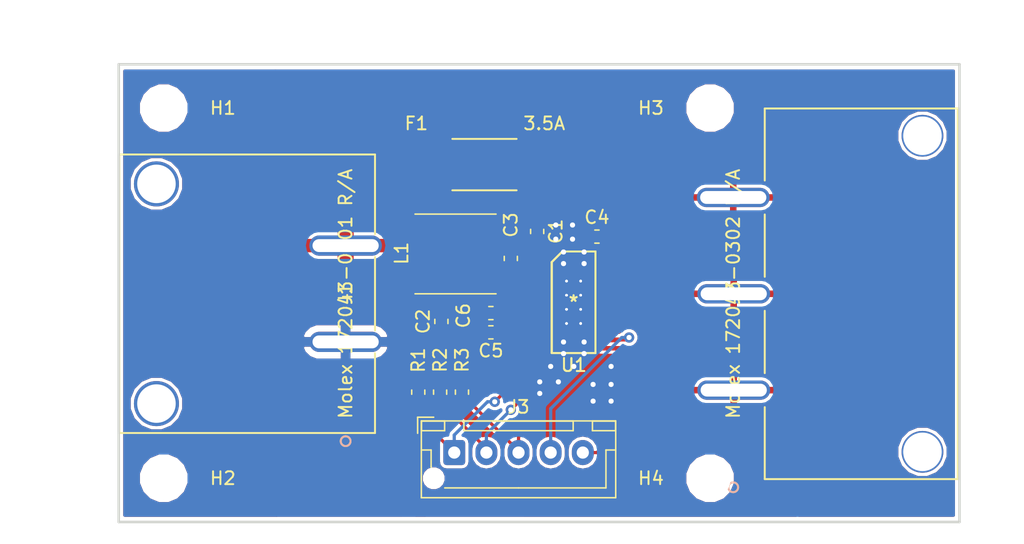
<source format=kicad_pcb>
(kicad_pcb (version 20171130) (host pcbnew 5.0.2+dfsg1-1)
  (title_block (title "Brushless DC Motor Controller") (date 2021-01-13) (rev 0.0.2) (company "JHU Deliverbot Project") (comment 1 "Drafted by @avnoks"))
  (layers (0 F.Cu signal) (31 B.Cu signal) (34 B.Paste user) (35 F.Paste user) (36 B.SilkS user) (37 F.SilkS user) (38 B.Mask user) (39 F.Mask user) (44 Edge.Cuts user))
  (net 0 "")
  (net 1 "Net-(C1-Pad1)")
  (net 2 VCC)
  (net 3 "Net-(C2-Pad2)")
  (net 4 GND)
  (net 5 "Net-(C3-Pad1)")
  (net 6 "Net-(C3-Pad2)")
  (net 7 "Net-(C6-Pad1)")
  (net 8 "Net-(J2-Pad1)")
  (net 9 "Net-(J2-Pad2)")
  (net 10 "Net-(J2-Pad3)")
  (net 11 "Net-(J3-Pad1)")
  (net 12 "Net-(J3-Pad2)")
  (net 13 "Net-(J3-Pad3)")
  (net 14 /DIR)
  (net 15 /SPEED)
  (net 16 "Net-(L1-Pad2)")
  (net 17 +3V3)
  (net 18 "Net-(F1-Pad1)")
  (module custom:littelfuse-01110505Z-5x15mm (layer F.Cu) (at 145.45 92.8)
    (fp_text reference F1 (at -5.3 -3.2) (layer F.SilkS))
    (fp_text value 3.5A)
    (fp_line (start -2.5 2) (end 2.5 2) (layer F.SilkS) (width 0.15))
    (fp_line (start -2.5 -2) (end 2.5 -2) (layer F.SilkS) (width 0.15))
    (fp_text user 3.5A (at 4.65 -3.2) (layer F.SilkS))
    (pad 2 smd rect (at 5.3 0) (size 5 3.8) (layers F.Cu F.Paste F.Mask) (net 2 VCC))
    (pad 1 smd rect (at -5.3 0) (size 5 3.8) (layers F.Cu F.Paste F.Mask) (net 18 "Net-(F1-Pad1)"))
  )
  (module MountingHole:MountingHole_3.2mm_M3 (layer F.Cu) (at 163 88.4)
    (fp_text reference H3 (at -4.6 0) (layer F.SilkS))
    (fp_text value MountingHole)
    (pad 1 np_thru_hole circle (at 0 0) (size 3.2 3.2) (drill 3.2) (layers *.Cu *.Mask))
  )
  (module MountingHole:MountingHole_3.2mm_M3 (layer F.Cu) (at 163 117.2)
    (fp_text reference H4 (at -4.6 0) (layer F.SilkS))
    (fp_text value MountingHole)
    (pad 1 np_thru_hole circle (at 0 0) (size 3.2 3.2) (drill 3.2) (layers *.Cu *.Mask))
  )
  (module MountingHole:MountingHole_3.2mm_M3 (layer F.Cu) (at 120.5 88.4)
    (fp_text reference H1 (at 4.6 0) (layer F.SilkS))
    (fp_text value MountingHole)
    (pad 1 np_thru_hole circle (at 0 0) (size 3.2 3.2) (drill 3.2) (layers *.Cu *.Mask))
  )
  (module MountingHole:MountingHole_3.2mm_M3 (layer F.Cu) (at 120.5 117.2)
    (fp_text reference H2 (at 4.6 0) (layer F.SilkS))
    (fp_text value MountingHole)
    (pad 1 np_thru_hole circle (at 0 0) (size 3.2 3.2) (drill 3.2) (layers *.Cu *.Mask))
  )
  (module custom:CONN_1720430201_MOL (layer F.Cu) (at 134.65 99.1 90)
    (fp_text reference J1 (at -3.745 0 90) (layer F.SilkS))
    (fp_text value "Molex 172043-0201 R/A" (at -3.745 0 90) (layer F.SilkS))
    (fp_text user * (at 0 0 90) (layer F.SilkS))
    (fp_line (start -14.5781 2.286) (end -8.375658 2.286) (layer F.SilkS) (width 0.1524))
    (fp_line (start 7.0881 2.286) (end 7.0881 -17.6022) (layer F.SilkS) (width 0.1524))
    (fp_line (start 7.0881 -17.6022) (end -14.5781 -17.6022) (layer F.SilkS) (width 0.1524))
    (fp_line (start -14.5781 -17.6022) (end -14.5781 2.286) (layer F.SilkS) (width 0.1524))
    (fp_line (start -6.60434 2.286) (end -0.88566 2.286) (layer F.SilkS) (width 0.1524))
    (fp_line (start 0.885658 2.286) (end 7.0881 2.286) (layer F.SilkS) (width 0.1524))
    (fp_circle (center -15.2131 0) (end -14.8321 0) (layer F.SilkS) (width 0.1524))
    (fp_circle (center -15.2131 0) (end -14.8321 0) (layer B.SilkS) (width 0.1524))
    (pad 1 thru_hole oval (at -7.489999 0 90) (size 1.5748 5.65) (drill oval 1 5.15) (layers *.Cu *.Mask) (net 4 GND))
    (pad 2 thru_hole oval (at -0.000001 0 90) (size 1.5748 5.65) (drill oval 1 5.15) (layers *.Cu *.Mask) (net 18 "Net-(F1-Pad1)"))
    (pad 3 thru_hole circle (at -12.290001 -14.714999 90) (size 3.5052 3.5052) (drill 2.9972) (layers *.Cu *.Mask))
    (pad 4 thru_hole circle (at 4.800001 -14.714999 90) (size 3.5052 3.5052) (drill 2.9972) (layers *.Cu *.Mask))
  )
  (module custom:PWP0024B (layer F.Cu) (at 152.383727 103.51)
    (fp_text reference U1 (at 0.016273 4.89) (layer F.SilkS))
    (fp_text value DRV10983PWP)
    (fp_text user * (at 0 0) (layer F.SilkS))
    (fp_line (start -1.699999 3.95) (end 1.700002 3.95) (layer F.SilkS) (width 0.1524))
    (fp_line (start 1.700002 3.95) (end 1.700002 -3.95) (layer F.SilkS) (width 0.1524))
    (fp_line (start -1.699999 3.95) (end -1.699999 -3.126001) (layer F.SilkS) (width 0.1524))
    (fp_line (start -1.699999 -3.126001) (end -0.876 -3.95) (layer F.SilkS) (width 0.1524))
    (fp_line (start -0.876 -3.95) (end 1.700002 -3.95) (layer F.SilkS) (width 0.1524))
    (pad 1 smd oval (at -2.849999 -3.574999 90) (size 0.349999 1.699999) (layers F.Cu F.Paste F.Mask) (net 1 "Net-(C1-Pad1)"))
    (pad 2 smd oval (at -2.849999 -2.924998 90) (size 0.349999 1.699999) (layers F.Cu F.Paste F.Mask) (net 6 "Net-(C3-Pad2)"))
    (pad 3 smd oval (at -2.849999 -2.274999 90) (size 0.349999 1.699999) (layers F.Cu F.Paste F.Mask) (net 5 "Net-(C3-Pad1)"))
    (pad 4 smd oval (at -2.849999 -1.624998 90) (size 0.349999 1.699999) (layers F.Cu F.Paste F.Mask) (net 16 "Net-(L1-Pad2)"))
    (pad 5 smd oval (at -2.849999 -0.974999 90) (size 0.349999 1.699999) (layers F.Cu F.Paste F.Mask) (net 4 GND))
    (pad 6 smd oval (at -2.849999 -0.324998 90) (size 0.349999 1.699999) (layers F.Cu F.Paste F.Mask) (net 3 "Net-(C2-Pad2)"))
    (pad 7 smd oval (at -2.849999 0.325001 90) (size 0.349999 1.699999) (layers F.Cu F.Paste F.Mask) (net 7 "Net-(C6-Pad1)"))
    (pad 8 smd oval (at -2.849999 0.974999 90) (size 0.349999 1.699999) (layers F.Cu F.Paste F.Mask) (net 4 GND))
    (pad 9 smd oval (at -2.849999 1.625001 90) (size 0.349999 1.699999) (layers F.Cu F.Paste F.Mask) (net 17 +3V3))
    (pad 10 smd oval (at -2.849999 2.275002 90) (size 0.349999 1.699999) (layers F.Cu F.Paste F.Mask) (net 11 "Net-(J3-Pad1)"))
    (pad 11 smd oval (at -2.849999 2.925 90) (size 0.349999 1.699999) (layers F.Cu F.Paste F.Mask) (net 12 "Net-(J3-Pad2)"))
    (pad 12 smd oval (at -2.849999 3.574999 90) (size 0.349999 1.699999) (layers F.Cu F.Paste F.Mask) (net 13 "Net-(J3-Pad3)"))
    (pad 13 smd oval (at 2.849999 3.574999 90) (size 0.349999 1.699999) (layers F.Cu F.Paste F.Mask) (net 15 /SPEED))
    (pad 14 smd oval (at 2.849999 2.925 90) (size 0.349999 1.699999) (layers F.Cu F.Paste F.Mask) (net 14 /DIR))
    (pad 15 smd oval (at 2.849999 2.275002 90) (size 0.349999 1.699999) (layers F.Cu F.Paste F.Mask) (net 4 GND))
    (pad 16 smd oval (at 2.849999 1.625001 90) (size 0.349999 1.699999) (layers F.Cu F.Paste F.Mask) (net 4 GND))
    (pad 17 smd oval (at 2.849999 0.974999 90) (size 0.349999 1.699999) (layers F.Cu F.Paste F.Mask) (net 8 "Net-(J2-Pad1)"))
    (pad 18 smd oval (at 2.849999 0.325001 90) (size 0.349999 1.699999) (layers F.Cu F.Paste F.Mask) (net 8 "Net-(J2-Pad1)"))
    (pad 19 smd oval (at 2.849999 -0.324998 90) (size 0.349999 1.699999) (layers F.Cu F.Paste F.Mask) (net 9 "Net-(J2-Pad2)"))
    (pad 20 smd oval (at 2.849999 -0.974999 90) (size 0.349999 1.699999) (layers F.Cu F.Paste F.Mask) (net 9 "Net-(J2-Pad2)"))
    (pad 21 smd oval (at 2.849999 -1.624998 90) (size 0.349999 1.699999) (layers F.Cu F.Paste F.Mask) (net 10 "Net-(J2-Pad3)"))
    (pad 22 smd oval (at 2.849999 -2.274999 90) (size 0.349999 1.699999) (layers F.Cu F.Paste F.Mask) (net 10 "Net-(J2-Pad3)"))
    (pad 23 smd oval (at 2.849999 -2.924998 90) (size 0.349999 1.699999) (layers F.Cu F.Paste F.Mask) (net 2 VCC))
    (pad 24 smd oval (at 2.849999 -3.574999 90) (size 0.349999 1.699999) (layers F.Cu F.Paste F.Mask) (net 2 VCC))
    (pad 25 smd rect (at 0 0 90) (size 4.87 2.4) (layers F.Cu F.Paste F.Mask) (net 4 GND))
    (pad 25 thru_hole circle (at -0.549999 -1.649999) (size 0.499999 0.499999) (drill 0.2032) (layers *.Cu *.Mask) (net 4 GND))
    (pad 25 thru_hole circle (at 0.550001 -1.649999) (size 0.499999 0.499999) (drill 0.2032) (layers *.Cu *.Mask) (net 4 GND))
    (pad 25 thru_hole circle (at -0.549999 -0.549999) (size 0.499999 0.499999) (drill 0.2032) (layers *.Cu *.Mask) (net 4 GND))
    (pad 25 thru_hole circle (at 0.550001 -0.549999) (size 0.499999 0.499999) (drill 0.2032) (layers *.Cu *.Mask) (net 4 GND))
    (pad 25 thru_hole circle (at -0.549999 0.550001) (size 0.499999 0.499999) (drill 0.2032) (layers *.Cu *.Mask) (net 4 GND))
    (pad 25 thru_hole circle (at 0.550001 0.550001) (size 0.499999 0.499999) (drill 0.2032) (layers *.Cu *.Mask) (net 4 GND))
    (pad 25 thru_hole circle (at -0.549999 1.650002) (size 0.499999 0.499999) (drill 0.2032) (layers *.Cu *.Mask) (net 4 GND))
    (pad 25 thru_hole circle (at 0.550001 1.650002) (size 0.499999 0.499999) (drill 0.2032) (layers *.Cu *.Mask) (net 4 GND))
  )
  (module custom:PWP0024B (layer F.Cu) (at 152.383727 103.51)
    (fp_text reference U1 (at 0.016273 4.89) (layer F.SilkS))
    (fp_text value DRV10983PWP)
    (fp_text user * (at 0 0) (layer F.SilkS))
    (fp_line (start -1.699999 3.95) (end 1.700002 3.95) (layer F.SilkS) (width 0.1524))
    (fp_line (start 1.700002 3.95) (end 1.700002 -3.95) (layer F.SilkS) (width 0.1524))
    (fp_line (start -1.699999 3.95) (end -1.699999 -3.126001) (layer F.SilkS) (width 0.1524))
    (fp_line (start -1.699999 -3.126001) (end -0.876 -3.95) (layer F.SilkS) (width 0.1524))
    (fp_line (start -0.876 -3.95) (end 1.700002 -3.95) (layer F.SilkS) (width 0.1524))
    (pad 1 smd oval (at -2.849999 -3.574999 90) (size 0.349999 1.699999) (layers F.Cu F.Paste F.Mask) (net 1 "Net-(C1-Pad1)"))
    (pad 2 smd oval (at -2.849999 -2.924998 90) (size 0.349999 1.699999) (layers F.Cu F.Paste F.Mask) (net 6 "Net-(C3-Pad2)"))
    (pad 3 smd oval (at -2.849999 -2.274999 90) (size 0.349999 1.699999) (layers F.Cu F.Paste F.Mask) (net 5 "Net-(C3-Pad1)"))
    (pad 4 smd oval (at -2.849999 -1.624998 90) (size 0.349999 1.699999) (layers F.Cu F.Paste F.Mask) (net 16 "Net-(L1-Pad2)"))
    (pad 5 smd oval (at -2.849999 -0.974999 90) (size 0.349999 1.699999) (layers F.Cu F.Paste F.Mask) (net 4 GND))
    (pad 6 smd oval (at -2.849999 -0.324998 90) (size 0.349999 1.699999) (layers F.Cu F.Paste F.Mask) (net 3 "Net-(C2-Pad2)"))
    (pad 7 smd oval (at -2.849999 0.325001 90) (size 0.349999 1.699999) (layers F.Cu F.Paste F.Mask) (net 7 "Net-(C6-Pad1)"))
    (pad 8 smd oval (at -2.849999 0.974999 90) (size 0.349999 1.699999) (layers F.Cu F.Paste F.Mask) (net 4 GND))
    (pad 9 smd oval (at -2.849999 1.625001 90) (size 0.349999 1.699999) (layers F.Cu F.Paste F.Mask) (net 17 +3V3))
    (pad 10 smd oval (at -2.849999 2.275002 90) (size 0.349999 1.699999) (layers F.Cu F.Paste F.Mask) (net 11 "Net-(J3-Pad1)"))
    (pad 11 smd oval (at -2.849999 2.925 90) (size 0.349999 1.699999) (layers F.Cu F.Paste F.Mask) (net 12 "Net-(J3-Pad2)"))
    (pad 12 smd oval (at -2.849999 3.574999 90) (size 0.349999 1.699999) (layers F.Cu F.Paste F.Mask) (net 13 "Net-(J3-Pad3)"))
    (pad 13 smd oval (at 2.849999 3.574999 90) (size 0.349999 1.699999) (layers F.Cu F.Paste F.Mask) (net 15 /SPEED))
    (pad 14 smd oval (at 2.849999 2.925 90) (size 0.349999 1.699999) (layers F.Cu F.Paste F.Mask) (net 14 /DIR))
    (pad 15 smd oval (at 2.849999 2.275002 90) (size 0.349999 1.699999) (layers F.Cu F.Paste F.Mask) (net 4 GND))
    (pad 16 smd oval (at 2.849999 1.625001 90) (size 0.349999 1.699999) (layers F.Cu F.Paste F.Mask) (net 4 GND))
    (pad 17 smd oval (at 2.849999 0.974999 90) (size 0.349999 1.699999) (layers F.Cu F.Paste F.Mask) (net 8 "Net-(J2-Pad1)"))
    (pad 18 smd oval (at 2.849999 0.325001 90) (size 0.349999 1.699999) (layers F.Cu F.Paste F.Mask) (net 8 "Net-(J2-Pad1)"))
    (pad 19 smd oval (at 2.849999 -0.324998 90) (size 0.349999 1.699999) (layers F.Cu F.Paste F.Mask) (net 9 "Net-(J2-Pad2)"))
    (pad 20 smd oval (at 2.849999 -0.974999 90) (size 0.349999 1.699999) (layers F.Cu F.Paste F.Mask) (net 9 "Net-(J2-Pad2)"))
    (pad 21 smd oval (at 2.849999 -1.624998 90) (size 0.349999 1.699999) (layers F.Cu F.Paste F.Mask) (net 10 "Net-(J2-Pad3)"))
    (pad 22 smd oval (at 2.849999 -2.274999 90) (size 0.349999 1.699999) (layers F.Cu F.Paste F.Mask) (net 10 "Net-(J2-Pad3)"))
    (pad 23 smd oval (at 2.849999 -2.924998 90) (size 0.349999 1.699999) (layers F.Cu F.Paste F.Mask) (net 2 VCC))
    (pad 24 smd oval (at 2.849999 -3.574999 90) (size 0.349999 1.699999) (layers F.Cu F.Paste F.Mask) (net 2 VCC))
    (pad 25 smd rect (at 0 0 90) (size 4.87 2.4) (layers F.Cu F.Paste F.Mask) (net 4 GND))
    (pad 25 thru_hole circle (at -0.549999 -1.649999) (size 0.499999 0.499999) (drill 0.2032) (layers *.Cu *.Mask) (net 4 GND))
    (pad 25 thru_hole circle (at 0.550001 -1.649999) (size 0.499999 0.499999) (drill 0.2032) (layers *.Cu *.Mask) (net 4 GND))
    (pad 25 thru_hole circle (at -0.549999 -0.549999) (size 0.499999 0.499999) (drill 0.2032) (layers *.Cu *.Mask) (net 4 GND))
    (pad 25 thru_hole circle (at 0.550001 -0.549999) (size 0.499999 0.499999) (drill 0.2032) (layers *.Cu *.Mask) (net 4 GND))
    (pad 25 thru_hole circle (at -0.549999 0.550001) (size 0.499999 0.499999) (drill 0.2032) (layers *.Cu *.Mask) (net 4 GND))
    (pad 25 thru_hole circle (at 0.550001 0.550001) (size 0.499999 0.499999) (drill 0.2032) (layers *.Cu *.Mask) (net 4 GND))
    (pad 25 thru_hole circle (at -0.549999 1.650002) (size 0.499999 0.499999) (drill 0.2032) (layers *.Cu *.Mask) (net 4 GND))
    (pad 25 thru_hole circle (at 0.550001 1.650002) (size 0.499999 0.499999) (drill 0.2032) (layers *.Cu *.Mask) (net 4 GND))
  )
  (module custom:PWP0024B (layer F.Cu) (at 152.383727 103.51)
    (fp_text reference U1 (at 0.016273 4.89) (layer F.SilkS))
    (fp_text value DRV10983PWP)
    (fp_text user * (at 0 0) (layer F.SilkS))
    (fp_line (start -1.699999 3.95) (end 1.700002 3.95) (layer F.SilkS) (width 0.1524))
    (fp_line (start 1.700002 3.95) (end 1.700002 -3.95) (layer F.SilkS) (width 0.1524))
    (fp_line (start -1.699999 3.95) (end -1.699999 -3.126001) (layer F.SilkS) (width 0.1524))
    (fp_line (start -1.699999 -3.126001) (end -0.876 -3.95) (layer F.SilkS) (width 0.1524))
    (fp_line (start -0.876 -3.95) (end 1.700002 -3.95) (layer F.SilkS) (width 0.1524))
    (pad 1 smd oval (at -2.849999 -3.574999 90) (size 0.349999 1.699999) (layers F.Cu F.Paste F.Mask) (net 1 "Net-(C1-Pad1)"))
    (pad 2 smd oval (at -2.849999 -2.924998 90) (size 0.349999 1.699999) (layers F.Cu F.Paste F.Mask) (net 6 "Net-(C3-Pad2)"))
    (pad 3 smd oval (at -2.849999 -2.274999 90) (size 0.349999 1.699999) (layers F.Cu F.Paste F.Mask) (net 5 "Net-(C3-Pad1)"))
    (pad 4 smd oval (at -2.849999 -1.624998 90) (size 0.349999 1.699999) (layers F.Cu F.Paste F.Mask) (net 16 "Net-(L1-Pad2)"))
    (pad 5 smd oval (at -2.849999 -0.974999 90) (size 0.349999 1.699999) (layers F.Cu F.Paste F.Mask) (net 4 GND))
    (pad 6 smd oval (at -2.849999 -0.324998 90) (size 0.349999 1.699999) (layers F.Cu F.Paste F.Mask) (net 3 "Net-(C2-Pad2)"))
    (pad 7 smd oval (at -2.849999 0.325001 90) (size 0.349999 1.699999) (layers F.Cu F.Paste F.Mask) (net 7 "Net-(C6-Pad1)"))
    (pad 8 smd oval (at -2.849999 0.974999 90) (size 0.349999 1.699999) (layers F.Cu F.Paste F.Mask) (net 4 GND))
    (pad 9 smd oval (at -2.849999 1.625001 90) (size 0.349999 1.699999) (layers F.Cu F.Paste F.Mask) (net 17 +3V3))
    (pad 10 smd oval (at -2.849999 2.275002 90) (size 0.349999 1.699999) (layers F.Cu F.Paste F.Mask) (net 11 "Net-(J3-Pad1)"))
    (pad 11 smd oval (at -2.849999 2.925 90) (size 0.349999 1.699999) (layers F.Cu F.Paste F.Mask) (net 12 "Net-(J3-Pad2)"))
    (pad 12 smd oval (at -2.849999 3.574999 90) (size 0.349999 1.699999) (layers F.Cu F.Paste F.Mask) (net 13 "Net-(J3-Pad3)"))
    (pad 13 smd oval (at 2.849999 3.574999 90) (size 0.349999 1.699999) (layers F.Cu F.Paste F.Mask) (net 15 /SPEED))
    (pad 14 smd oval (at 2.849999 2.925 90) (size 0.349999 1.699999) (layers F.Cu F.Paste F.Mask) (net 14 /DIR))
    (pad 15 smd oval (at 2.849999 2.275002 90) (size 0.349999 1.699999) (layers F.Cu F.Paste F.Mask) (net 4 GND))
    (pad 16 smd oval (at 2.849999 1.625001 90) (size 0.349999 1.699999) (layers F.Cu F.Paste F.Mask) (net 4 GND))
    (pad 17 smd oval (at 2.849999 0.974999 90) (size 0.349999 1.699999) (layers F.Cu F.Paste F.Mask) (net 8 "Net-(J2-Pad1)"))
    (pad 18 smd oval (at 2.849999 0.325001 90) (size 0.349999 1.699999) (layers F.Cu F.Paste F.Mask) (net 8 "Net-(J2-Pad1)"))
    (pad 19 smd oval (at 2.849999 -0.324998 90) (size 0.349999 1.699999) (layers F.Cu F.Paste F.Mask) (net 9 "Net-(J2-Pad2)"))
    (pad 20 smd oval (at 2.849999 -0.974999 90) (size 0.349999 1.699999) (layers F.Cu F.Paste F.Mask) (net 9 "Net-(J2-Pad2)"))
    (pad 21 smd oval (at 2.849999 -1.624998 90) (size 0.349999 1.699999) (layers F.Cu F.Paste F.Mask) (net 10 "Net-(J2-Pad3)"))
    (pad 22 smd oval (at 2.849999 -2.274999 90) (size 0.349999 1.699999) (layers F.Cu F.Paste F.Mask) (net 10 "Net-(J2-Pad3)"))
    (pad 23 smd oval (at 2.849999 -2.924998 90) (size 0.349999 1.699999) (layers F.Cu F.Paste F.Mask) (net 2 VCC))
    (pad 24 smd oval (at 2.849999 -3.574999 90) (size 0.349999 1.699999) (layers F.Cu F.Paste F.Mask) (net 2 VCC))
    (pad 25 smd rect (at 0 0 90) (size 4.87 2.4) (layers F.Cu F.Paste F.Mask) (net 4 GND))
    (pad 25 thru_hole circle (at -0.549999 -1.649999) (size 0.499999 0.499999) (drill 0.2032) (layers *.Cu *.Mask) (net 4 GND))
    (pad 25 thru_hole circle (at 0.550001 -1.649999) (size 0.499999 0.499999) (drill 0.2032) (layers *.Cu *.Mask) (net 4 GND))
    (pad 25 thru_hole circle (at -0.549999 -0.549999) (size 0.499999 0.499999) (drill 0.2032) (layers *.Cu *.Mask) (net 4 GND))
    (pad 25 thru_hole circle (at 0.550001 -0.549999) (size 0.499999 0.499999) (drill 0.2032) (layers *.Cu *.Mask) (net 4 GND))
    (pad 25 thru_hole circle (at -0.549999 0.550001) (size 0.499999 0.499999) (drill 0.2032) (layers *.Cu *.Mask) (net 4 GND))
    (pad 25 thru_hole circle (at 0.550001 0.550001) (size 0.499999 0.499999) (drill 0.2032) (layers *.Cu *.Mask) (net 4 GND))
    (pad 25 thru_hole circle (at -0.549999 1.650002) (size 0.499999 0.499999) (drill 0.2032) (layers *.Cu *.Mask) (net 4 GND))
    (pad 25 thru_hole circle (at 0.550001 1.650002) (size 0.499999 0.499999) (drill 0.2032) (layers *.Cu *.Mask) (net 4 GND))
  )
  (module Capacitor_SMD:C_0603_1608Metric (layer F.Cu) (at 145.95 104.35 180)
    (fp_text reference C6 (at 2.15 -0.2 270) (layer F.SilkS))
    (fp_text value 1u)
    (fp_line (start -0.162779 0.51) (end 0.162779 0.51) (layer F.SilkS) (width 0.12))
    (fp_line (start -0.162779 -0.51) (end 0.162779 -0.51) (layer F.SilkS) (width 0.12))
    (pad 2 smd roundrect (at 0.7875 0 180) (size 0.875 0.95) (layers F.Cu F.Paste F.Mask) (net 4 GND))
    (pad 1 smd roundrect (at -0.7875 0 180) (size 0.875 0.95) (layers F.Cu F.Paste F.Mask) (net 7 "Net-(C6-Pad1)"))
  )
  (module Capacitor_SMD:C_0603_1608Metric (layer F.Cu) (at 145.95 105.85 180)
    (fp_text reference C5 (at 0 -1.43 180) (layer F.SilkS))
    (fp_text value 1u)
    (fp_line (start -0.162779 0.51) (end 0.162779 0.51) (layer F.SilkS) (width 0.12))
    (fp_line (start -0.162779 -0.51) (end 0.162779 -0.51) (layer F.SilkS) (width 0.12))
    (pad 2 smd roundrect (at 0.7875 0 180) (size 0.875 0.95) (layers F.Cu F.Paste F.Mask) (net 4 GND))
    (pad 1 smd roundrect (at -0.7875 0 180) (size 0.875 0.95) (layers F.Cu F.Paste F.Mask) (net 17 +3V3))
  )
  (module Capacitor_SMD:C_0603_1608Metric (layer F.Cu) (at 154.2 98.4 180)
    (fp_text reference C4 (at 0 1.5 180) (layer F.SilkS))
    (fp_text value 10u)
    (fp_line (start -0.162779 0.51) (end 0.162779 0.51) (layer F.SilkS) (width 0.12))
    (fp_line (start -0.162779 -0.51) (end 0.162779 -0.51) (layer F.SilkS) (width 0.12))
    (pad 2 smd roundrect (at 0.7875 0 180) (size 0.875 0.95) (layers F.Cu F.Paste F.Mask) (net 4 GND))
    (pad 1 smd roundrect (at -0.7875 0 180) (size 0.875 0.95) (layers F.Cu F.Paste F.Mask) (net 2 VCC))
  )
  (module Capacitor_SMD:C_0603_1608Metric (layer F.Cu) (at 147.5 100.1 90)
    (fp_text reference C3 (at 2.6 0 90) (layer F.SilkS))
    (fp_text value 0.1u)
    (fp_line (start -0.162779 0.51) (end 0.162779 0.51) (layer F.SilkS) (width 0.12))
    (fp_line (start -0.162779 -0.51) (end 0.162779 -0.51) (layer F.SilkS) (width 0.12))
    (pad 2 smd roundrect (at 0.7875 0 90) (size 0.875 0.95) (layers F.Cu F.Paste F.Mask) (net 6 "Net-(C3-Pad2)"))
    (pad 1 smd roundrect (at -0.7875 0 90) (size 0.875 0.95) (layers F.Cu F.Paste F.Mask) (net 5 "Net-(C3-Pad1)"))
  )
  (module Capacitor_SMD:C_0603_1608Metric (layer F.Cu) (at 142.1 105 90)
    (fp_text reference C2 (at 0 -1.43 90) (layer F.SilkS))
    (fp_text value 10u)
    (fp_line (start -0.162779 0.51) (end 0.162779 0.51) (layer F.SilkS) (width 0.12))
    (fp_line (start -0.162779 -0.51) (end 0.162779 -0.51) (layer F.SilkS) (width 0.12))
    (pad 2 smd roundrect (at 0.7875 0 90) (size 0.875 0.95) (layers F.Cu F.Paste F.Mask) (net 3 "Net-(C2-Pad2)"))
    (pad 1 smd roundrect (at -0.7875 0 90) (size 0.875 0.95) (layers F.Cu F.Paste F.Mask) (net 4 GND))
  )
  (module Capacitor_SMD:C_0603_1608Metric (layer F.Cu) (at 149.55 98 90)
    (fp_text reference C1 (at 0 1.45 90) (layer F.SilkS))
    (fp_text value 0.1u)
    (fp_line (start -0.162779 0.51) (end 0.162779 0.51) (layer F.SilkS) (width 0.12))
    (fp_line (start -0.162779 -0.51) (end 0.162779 -0.51) (layer F.SilkS) (width 0.12))
    (pad 2 smd roundrect (at 0.7875 0 90) (size 0.875 0.95) (layers F.Cu F.Paste F.Mask) (net 2 VCC))
    (pad 1 smd roundrect (at -0.7875 0 90) (size 0.875 0.95) (layers F.Cu F.Paste F.Mask) (net 1 "Net-(C1-Pad1)"))
  )
  (module Resistor_SMD:R_0603_1608Metric (layer F.Cu) (at 143.7 110.5 270)
    (fp_text reference R3 (at -2.5 0 270) (layer F.SilkS))
    (fp_text value 4.7k)
    (fp_line (start -0.162779 0.51) (end 0.162779 0.51) (layer F.SilkS) (width 0.12))
    (fp_line (start -0.162779 -0.51) (end 0.162779 -0.51) (layer F.SilkS) (width 0.12))
    (pad 2 smd roundrect (at 0.7875 0 270) (size 0.875 0.95) (layers F.Cu F.Paste F.Mask) (net 13 "Net-(J3-Pad3)"))
    (pad 1 smd roundrect (at -0.7875 0 270) (size 0.875 0.95) (layers F.Cu F.Paste F.Mask) (net 17 +3V3))
  )
  (module Resistor_SMD:R_0603_1608Metric (layer F.Cu) (at 142 110.5 270)
    (fp_text reference R2 (at -2.5 0 270) (layer F.SilkS))
    (fp_text value 4.7k)
    (fp_line (start -0.162779 0.51) (end 0.162779 0.51) (layer F.SilkS) (width 0.12))
    (fp_line (start -0.162779 -0.51) (end 0.162779 -0.51) (layer F.SilkS) (width 0.12))
    (pad 2 smd roundrect (at 0.7875 0 270) (size 0.875 0.95) (layers F.Cu F.Paste F.Mask) (net 12 "Net-(J3-Pad2)"))
    (pad 1 smd roundrect (at -0.7875 0 270) (size 0.875 0.95) (layers F.Cu F.Paste F.Mask) (net 17 +3V3))
  )
  (module Resistor_SMD:R_0603_1608Metric (layer F.Cu) (at 140.3 110.5 270)
    (fp_text reference R1 (at -2.4875 0 270) (layer F.SilkS))
    (fp_text value 4.7k)
    (fp_line (start -0.162779 0.51) (end 0.162779 0.51) (layer F.SilkS) (width 0.12))
    (fp_line (start -0.162779 -0.51) (end 0.162779 -0.51) (layer F.SilkS) (width 0.12))
    (pad 2 smd roundrect (at 0.7875 0 270) (size 0.875 0.95) (layers F.Cu F.Paste F.Mask) (net 11 "Net-(J3-Pad1)"))
    (pad 1 smd roundrect (at -0.7875 0 270) (size 0.875 0.95) (layers F.Cu F.Paste F.Mask) (net 17 +3V3))
  )
  (module Connector_JST:JST_XH_B05B-XH-AM_1x05_P2.50mm_Vertical (layer F.Cu) (at 143.1 115.2)
    (fp_text reference J3 (at 5 -3.55) (layer F.SilkS))
    (fp_text value MCU-IO)
    (fp_line (start -2.85 -2.75) (end -2.85 -1.5) (layer F.SilkS) (width 0.12))
    (fp_line (start -1.6 -2.75) (end -2.85 -2.75) (layer F.SilkS) (width 0.12))
    (fp_line (start 11.8 2.75) (end 5 2.75) (layer F.SilkS) (width 0.12))
    (fp_line (start 11.8 -0.2) (end 11.8 2.75) (layer F.SilkS) (width 0.12))
    (fp_line (start 12.55 -0.2) (end 11.8 -0.2) (layer F.SilkS) (width 0.12))
    (fp_line (start 5 2.75) (end -0.74 2.75) (layer F.SilkS) (width 0.12))
    (fp_line (start -1.8 -0.2) (end -1.8 1.14) (layer F.SilkS) (width 0.12))
    (fp_line (start -2.55 -0.2) (end -1.8 -0.2) (layer F.SilkS) (width 0.12))
    (fp_line (start 12.55 -2.45) (end 10.75 -2.45) (layer F.SilkS) (width 0.12))
    (fp_line (start 12.55 -1.7) (end 12.55 -2.45) (layer F.SilkS) (width 0.12))
    (fp_line (start 10.75 -1.7) (end 12.55 -1.7) (layer F.SilkS) (width 0.12))
    (fp_line (start 10.75 -2.45) (end 10.75 -1.7) (layer F.SilkS) (width 0.12))
    (fp_line (start -0.75 -2.45) (end -2.55 -2.45) (layer F.SilkS) (width 0.12))
    (fp_line (start -0.75 -1.7) (end -0.75 -2.45) (layer F.SilkS) (width 0.12))
    (fp_line (start -2.55 -1.7) (end -0.75 -1.7) (layer F.SilkS) (width 0.12))
    (fp_line (start -2.55 -2.45) (end -2.55 -1.7) (layer F.SilkS) (width 0.12))
    (fp_line (start 9.25 -2.45) (end 0.75 -2.45) (layer F.SilkS) (width 0.12))
    (fp_line (start 9.25 -1.7) (end 9.25 -2.45) (layer F.SilkS) (width 0.12))
    (fp_line (start 0.75 -1.7) (end 9.25 -1.7) (layer F.SilkS) (width 0.12))
    (fp_line (start 0.75 -2.45) (end 0.75 -1.7) (layer F.SilkS) (width 0.12))
    (fp_line (start 12.56 -2.46) (end -2.56 -2.46) (layer F.SilkS) (width 0.12))
    (fp_line (start 12.56 3.51) (end 12.56 -2.46) (layer F.SilkS) (width 0.12))
    (fp_line (start -2.56 3.51) (end 12.56 3.51) (layer F.SilkS) (width 0.12))
    (fp_line (start -2.56 -2.46) (end -2.56 3.51) (layer F.SilkS) (width 0.12))
    (pad "" np_thru_hole circle (at -1.6 2) (size 1.2 1.2) (drill 1.2) (layers *.Cu *.Mask))
    (pad 5 thru_hole oval (at 10 0) (size 1.7 1.95) (drill 0.95) (layers *.Cu *.Mask) (net 15 /SPEED))
    (pad 4 thru_hole oval (at 7.5 0) (size 1.7 1.95) (drill 0.95) (layers *.Cu *.Mask) (net 14 /DIR))
    (pad 3 thru_hole oval (at 5 0) (size 1.7 1.95) (drill 0.95) (layers *.Cu *.Mask) (net 13 "Net-(J3-Pad3)"))
    (pad 2 thru_hole oval (at 2.5 0) (size 1.7 1.95) (drill 0.95) (layers *.Cu *.Mask) (net 12 "Net-(J3-Pad2)"))
    (pad 1 thru_hole roundrect (at 0 0) (size 1.7 1.95) (drill 0.95) (layers *.Cu *.Mask) (roundrect_rratio 0.147059) (net 11 "Net-(J3-Pad1)"))
  )
  (module Inductor_SMD:L_Taiyo-Yuden_NR-60xx (layer F.Cu) (at 143.2 99.75)
    (fp_text reference L1 (at -4.2 -0.05 90) (layer F.SilkS))
    (fp_text value 47u)
    (fp_line (start -3.15 3.1) (end 3.15 3.1) (layer F.SilkS) (width 0.12))
    (fp_line (start -3.15 -3.1) (end 3.15 -3.1) (layer F.SilkS) (width 0.12))
    (pad 2 smd rect (at 2.35 0) (size 1.6 5.9) (layers F.Cu F.Paste F.Mask) (net 16 "Net-(L1-Pad2)"))
    (pad 1 smd rect (at -2.35 0) (size 1.6 5.9) (layers F.Cu F.Paste F.Mask) (net 3 "Net-(C2-Pad2)"))
  )
  (module custom:172043-0302_MOL (layer F.Cu) (at 164.8019 110.343 90)
    (fp_text reference J2 (at 7.493 0 90) (layer F.SilkS))
    (fp_text value "Molex 172043-0302 R/A" (at 7.493 0 90) (layer F.SilkS))
    (fp_text user * (at 0 0 90) (layer F.SilkS))
    (fp_line (start -6.9215 17.4625) (end 21.9075 17.4625) (layer F.SilkS) (width 0.1524))
    (fp_line (start 21.9075 17.4625) (end 21.9075 2.4511) (layer F.SilkS) (width 0.1524))
    (fp_line (start 21.9075 2.4511) (end 16.30934 2.4511) (layer F.SilkS) (width 0.1524))
    (fp_line (start -6.9215 2.4511) (end -6.9215 17.4625) (layer F.SilkS) (width 0.1524))
    (fp_line (start -1.32334 2.4511) (end -6.9215 2.4511) (layer F.SilkS) (width 0.1524))
    (fp_line (start 6.16966 2.4511) (end 1.32334 2.4511) (layer F.SilkS) (width 0.1524))
    (fp_line (start 13.66266 2.4511) (end 8.81634 2.4511) (layer F.SilkS) (width 0.1524))
    (fp_circle (center -7.5565 0) (end -7.1755 0) (layer F.SilkS) (width 0.1524))
    (fp_circle (center -7.5565 0) (end -7.1755 0) (layer B.SilkS) (width 0.1524))
    (pad 4 thru_hole circle (at -4.8006 14.7193 180) (size 3.2512 3.2512) (drill 2.9972) (layers *.Cu *.Mask))
    (pad 5 thru_hole circle (at 19.7866 14.7193 180) (size 3.2512 3.2512) (drill 2.9972) (layers *.Cu *.Mask))
    (pad 1 thru_hole oval (at 0 0.0381 180) (size 5.6642 1.4986) (drill oval 5.15 1) (layers *.Cu *.Mask) (net 8 "Net-(J2-Pad1)"))
    (pad 2 thru_hole oval (at 7.493 0.0381 180) (size 5.6642 1.4986) (drill oval 5.15 1) (layers *.Cu *.Mask) (net 9 "Net-(J2-Pad2)"))
    (pad 3 thru_hole oval (at 14.986 0 180) (size 5.6642 1.4986) (drill oval 5.15 1) (layers *.Cu *.Mask) (net 10 "Net-(J2-Pad3)"))
  )
  (gr_line (start 117 85) (end 117 120.6) (layer Edge.Cuts) (width 0.2))
  (gr_line (start 182.4 85) (end 117 85) (layer Edge.Cuts) (width 0.2))
  (gr_line (start 182.4 120.6) (end 117 120.6) (layer Edge.Cuts) (width 0.2))
  (gr_line (start 182.4 85) (end 182.4 120.6) (layer Edge.Cuts) (width 0.2))
  (segment (start 149.55 99.918729) (end 149.533728 99.935001) (width 0.25) (layer F.Cu) (net 1))
  (segment (start 149.55 98.7875) (end 149.55 99.918729) (width 0.25) (layer F.Cu) (net 1))
  (segment (start 155.233726 98.646226) (end 154.9875 98.4) (width 0.4) (layer F.Cu) (net 2))
  (segment (start 155.233726 100.585002) (end 155.233726 98.646226) (width 0.4) (layer F.Cu) (net 2))
  (segment (start 156.35 99.935001) (end 156.35 99.3) (width 0.4) (layer F.Cu) (net 2))
  (segment (start 156.35 99.935001) (end 156.585001 99.935001) (width 0.4) (layer F.Cu) (net 2))
  (segment (start 156.483725 100.585002) (end 156.585001 100.483726) (width 0.4) (layer F.Cu) (net 2))
  (segment (start 156.585001 100.483726) (end 156.585001 99.935001) (width 0.4) (layer F.Cu) (net 2))
  (segment (start 155.233726 99.935001) (end 156.35 99.935001) (width 0.4) (layer F.Cu) (net 2))
  (segment (start 155.233726 100.585002) (end 156.483725 100.585002) (width 0.4) (layer F.Cu) (net 2))
  (segment (start 156.35 99.935001) (end 156.35 100.4) (width 0.4) (layer F.Cu) (net 2))
  (segment (start 154.9875 97.825) (end 154.99 97.8225) (width 0.4) (layer F.Cu) (net 2))
  (segment (start 154.9875 98.4) (end 154.9875 97.825) (width 0.4) (layer F.Cu) (net 2))
  (segment (start 154.99 97.8225) (end 154.99 97.29) (width 0.4) (layer F.Cu) (net 2))
  (segment (start 149.55 94) (end 150.75 92.8) (width 0.4) (layer F.Cu) (net 2))
  (segment (start 149.55 97.2125) (end 149.55 94) (width 0.4) (layer F.Cu) (net 2))
  (segment (start 142.15 103.2) (end 140.85 101.9) (width 0.5) (layer F.Cu) (net 3))
  (segment (start 144.270004 103.2) (end 142.15 103.2) (width 0.5) (layer F.Cu) (net 3))
  (segment (start 144.285002 103.185002) (end 144.270004 103.2) (width 0.5) (layer F.Cu) (net 3))
  (segment (start 140.85 101.9) (end 140.85 99.75) (width 0.5) (layer F.Cu) (net 3))
  (segment (start 149.533728 103.185002) (end 144.285002 103.185002) (width 0.5) (layer F.Cu) (net 3))
  (segment (start 142.1 103.25) (end 142.1 104.2125) (width 0.5) (layer F.Cu) (net 3))
  (segment (start 142.15 103.2) (end 142.1 103.25) (width 0.5) (layer F.Cu) (net 3))
  (via (at 151.6 100.5) (size 0.8) (drill 0.4) (layers F.Cu B.Cu) (net 4))
  (via (at 153.2 100.5) (size 0.8) (drill 0.4) (layers F.Cu B.Cu) (net 4))
  (via (at 151.6 99.6) (size 0.8) (drill 0.4) (layers F.Cu B.Cu) (net 4))
  (via (at 153.2 99.6) (size 0.8) (drill 0.4) (layers F.Cu B.Cu) (net 4))
  (via (at 151.6 106.6) (size 0.8) (drill 0.4) (layers F.Cu B.Cu) (net 4))
  (via (at 151.6 107.5) (size 0.8) (drill 0.4) (layers F.Cu B.Cu) (net 4))
  (via (at 153.2 107.5) (size 0.8) (drill 0.4) (layers F.Cu B.Cu) (net 4))
  (via (at 153.2 106.6) (size 0.8) (drill 0.4) (layers F.Cu B.Cu) (net 4))
  (via (at 151 97.5) (size 0.8) (drill 0.4) (layers F.Cu B.Cu) (net 4))
  (via (at 151 98.6) (size 0.8) (drill 0.4) (layers F.Cu B.Cu) (net 4))
  (via (at 152.3 98.6) (size 0.8) (drill 0.4) (layers F.Cu B.Cu) (net 4))
  (via (at 152.3 97.5) (size 0.8) (drill 0.4) (layers F.Cu B.Cu) (net 4))
  (via (at 152.4 108.5) (size 0.8) (drill 0.4) (layers F.Cu B.Cu) (net 4))
  (via (at 153.9 109.9) (size 0.8) (drill 0.4) (layers F.Cu B.Cu) (net 4))
  (via (at 155.3 108.5) (size 0.8) (drill 0.4) (layers F.Cu B.Cu) (net 4))
  (via (at 155.3 109.9) (size 0.8) (drill 0.4) (layers F.Cu B.Cu) (net 4))
  (via (at 153.9 111.2) (size 0.8) (drill 0.4) (layers F.Cu B.Cu) (net 4))
  (via (at 155.3 111.2) (size 0.8) (drill 0.4) (layers F.Cu B.Cu) (net 4))
  (via (at 149.75 109.7) (size 0.8) (drill 0.4) (layers F.Cu B.Cu) (net 4))
  (via (at 149.75 110.6) (size 0.8) (drill 0.4) (layers F.Cu B.Cu) (net 4))
  (via (at 151.2 109.7) (size 0.8) (drill 0.4) (layers F.Cu B.Cu) (net 4))
  (via (at 150.6 108.5) (size 0.8) (drill 0.4) (layers F.Cu B.Cu) (net 4))
  (segment (start 151.408728 102.535001) (end 152.383727 103.51) (width 0.25) (layer F.Cu) (net 4))
  (segment (start 149.533728 102.535001) (end 151.408728 102.535001) (width 0.25) (layer F.Cu) (net 4))
  (segment (start 151.408728 104.484999) (end 152.383727 103.51) (width 0.25) (layer F.Cu) (net 4))
  (segment (start 149.533728 104.484999) (end 151.408728 104.484999) (width 0.25) (layer F.Cu) (net 4))
  (segment (start 147.847501 101.235001) (end 149.533728 101.235001) (width 0.25) (layer F.Cu) (net 5))
  (segment (start 147.5 100.8875) (end 147.847501 101.235001) (width 0.25) (layer F.Cu) (net 5))
  (segment (start 148.772502 100.585002) (end 147.5 99.3125) (width 0.25) (layer F.Cu) (net 6))
  (segment (start 149.533728 100.585002) (end 148.772502 100.585002) (width 0.25) (layer F.Cu) (net 6))
  (segment (start 147.789999 103.835001) (end 148.433729 103.835001) (width 0.25) (layer F.Cu) (net 7))
  (segment (start 147.275 104.35) (end 147.789999 103.835001) (width 0.25) (layer F.Cu) (net 7))
  (segment (start 148.433729 103.835001) (end 149.533728 103.835001) (width 0.25) (layer F.Cu) (net 7))
  (segment (start 146.7375 104.35) (end 147.275 104.35) (width 0.25) (layer F.Cu) (net 7))
  (segment (start 155.233726 103.835001) (end 156.885001 103.835001) (width 0.4) (layer F.Cu) (net 8))
  (segment (start 155.233726 104.484999) (end 156.834999 104.484999) (width 0.4) (layer F.Cu) (net 8))
  (segment (start 155.233726 102.535001) (end 156.935001 102.535001) (width 0.4) (layer F.Cu) (net 9))
  (segment (start 155.233726 103.185002) (end 156.864998 103.185002) (width 0.4) (layer F.Cu) (net 9))
  (segment (start 156.85 101.235001) (end 156.85 101.885002) (width 0.4) (layer F.Cu) (net 10))
  (segment (start 156.85 101.885002) (end 157.064998 101.885002) (width 0.4) (layer F.Cu) (net 10))
  (segment (start 155.233726 101.885002) (end 156.85 101.885002) (width 0.4) (layer F.Cu) (net 10))
  (segment (start 156.85 101.235001) (end 157.064999 101.235001) (width 0.4) (layer F.Cu) (net 10))
  (segment (start 155.233726 101.235001) (end 156.85 101.235001) (width 0.4) (layer F.Cu) (net 10))
  (via (at 146.25 111.25) (size 0.8) (drill 0.4) (layers F.Cu B.Cu) (net 11))
  (segment (start 140.3 112.4) (end 143.1 115.2) (width 0.25) (layer F.Cu) (net 11))
  (segment (start 140.3 111.2875) (end 140.3 112.4) (width 0.25) (layer F.Cu) (net 11))
  (segment (start 148.433729 105.785002) (end 149.533728 105.785002) (width 0.25) (layer F.Cu) (net 11))
  (segment (start 147.50001 106.62499) (end 148.339998 105.785002) (width 0.25) (layer F.Cu) (net 11))
  (segment (start 148.339998 105.785002) (end 148.433729 105.785002) (width 0.25) (layer F.Cu) (net 11))
  (segment (start 147.50001 109.99999) (end 147.50001 106.62499) (width 0.25) (layer F.Cu) (net 11))
  (segment (start 146.25 111.25) (end 147.50001 109.99999) (width 0.25) (layer F.Cu) (net 11))
  (segment (start 143.1 113.834315) (end 143.1 115.2) (width 0.25) (layer B.Cu) (net 11))
  (segment (start 146.25 111.25) (end 145.684315 111.25) (width 0.25) (layer B.Cu) (net 11))
  (segment (start 145.684315 111.25) (end 143.1 113.834315) (width 0.25) (layer B.Cu) (net 11))
  (segment (start 146.15 115.025) (end 146.15 115.15) (width 0.25) (layer B.Cu) (net 12))
  (segment (start 145.6 114.8875) (end 145.6 115.2) (width 0.25) (layer F.Cu) (net 12))
  (segment (start 142 111.2875) (end 145.6 114.8875) (width 0.25) (layer F.Cu) (net 12))
  (via (at 147.5 111.875) (size 0.8) (drill 0.4) (layers F.Cu B.Cu) (net 12))
  (segment (start 148.433729 106.435) (end 148.025 106.843729) (width 0.25) (layer F.Cu) (net 12))
  (segment (start 149.533728 106.435) (end 148.433729 106.435) (width 0.25) (layer F.Cu) (net 12))
  (segment (start 148.025 111.35) (end 147.5 111.875) (width 0.25) (layer F.Cu) (net 12))
  (segment (start 148.025 106.843729) (end 148.025 111.35) (width 0.25) (layer F.Cu) (net 12))
  (segment (start 145.6 113.775) (end 147.5 111.875) (width 0.25) (layer B.Cu) (net 12))
  (segment (start 145.6 115.2) (end 145.6 113.775) (width 0.25) (layer B.Cu) (net 12))
  (segment (start 144.275 111.2875) (end 143.7 111.2875) (width 0.25) (layer F.Cu) (net 13))
  (segment (start 144.3125 111.2875) (end 144.275 111.2875) (width 0.25) (layer F.Cu) (net 13))
  (segment (start 148.1 115.075) (end 144.3125 111.2875) (width 0.25) (layer F.Cu) (net 13))
  (segment (start 148.1 115.2) (end 148.1 115.075) (width 0.25) (layer F.Cu) (net 13))
  (segment (start 149.533728 107.509998) (end 149.533728 107.084999) (width 0.25) (layer F.Cu) (net 13))
  (segment (start 148.874999 108.168727) (end 149.533728 107.509998) (width 0.25) (layer F.Cu) (net 13))
  (segment (start 148.874999 113.200001) (end 148.874999 113.075) (width 0.25) (layer F.Cu) (net 13))
  (segment (start 148.1 113.975) (end 148.874999 113.200001) (width 0.25) (layer F.Cu) (net 13))
  (segment (start 148.1 115.2) (end 148.1 113.975) (width 0.25) (layer F.Cu) (net 13))
  (segment (start 148.874999 113.075) (end 148.874999 108.168727) (width 0.25) (layer F.Cu) (net 13))
  (segment (start 155.233726 106.435) (end 156.515 106.435) (width 0.25) (layer F.Cu) (net 14))
  (segment (start 156.515 106.435) (end 156.7 106.25) (width 0.25) (layer F.Cu) (net 14))
  (via (at 156.7 106.25) (size 0.8) (drill 0.4) (layers F.Cu B.Cu) (net 14))
  (segment (start 150.6 113.975) (end 150.6 115.2) (width 0.25) (layer B.Cu) (net 14))
  (segment (start 150.6 111.784315) (end 150.6 113.975) (width 0.25) (layer B.Cu) (net 14))
  (segment (start 156.134315 106.25) (end 150.6 111.784315) (width 0.25) (layer B.Cu) (net 14))
  (segment (start 156.7 106.25) (end 156.134315 106.25) (width 0.25) (layer B.Cu) (net 14))
  (segment (start 156.534999 107.084999) (end 156.7 107.25) (width 0.25) (layer F.Cu) (net 15))
  (segment (start 155.233726 107.084999) (end 156.534999 107.084999) (width 0.25) (layer F.Cu) (net 15))
  (segment (start 154.2 115.2) (end 153.1 115.2) (width 0.25) (layer F.Cu) (net 15))
  (segment (start 156.7 112.7) (end 154.2 115.2) (width 0.25) (layer F.Cu) (net 15))
  (segment (start 156.7 107.25) (end 156.7 112.7) (width 0.25) (layer F.Cu) (net 15))
  (segment (start 145.55 101.9) (end 145.57501 101.92501) (width 0.5) (layer F.Cu) (net 16))
  (segment (start 145.55 99.75) (end 145.55 101.9) (width 0.5) (layer F.Cu) (net 16))
  (segment (start 148.183729 101.885002) (end 149.533728 101.885002) (width 0.5) (layer F.Cu) (net 16))
  (segment (start 147.07673 101.885002) (end 148.183729 101.885002) (width 0.5) (layer F.Cu) (net 16))
  (segment (start 145.55 100.358272) (end 147.07673 101.885002) (width 0.5) (layer F.Cu) (net 16))
  (segment (start 145.55 99.75) (end 145.55 100.358272) (width 0.5) (layer F.Cu) (net 16))
  (segment (start 140.2625 109.75) (end 140.25 109.7625) (width 0.25) (layer F.Cu) (net 17))
  (segment (start 143.65 109.75) (end 140.2625 109.75) (width 0.25) (layer F.Cu) (net 17))
  (segment (start 148.433729 105.135001) (end 149.533728 105.135001) (width 0.25) (layer F.Cu) (net 17))
  (segment (start 147.275 105.85) (end 147.989999 105.135001) (width 0.25) (layer F.Cu) (net 17))
  (segment (start 147.989999 105.135001) (end 148.433729 105.135001) (width 0.25) (layer F.Cu) (net 17))
  (segment (start 146.7375 105.85) (end 147.275 105.85) (width 0.25) (layer F.Cu) (net 17))
  (segment (start 143.65 109.75) (end 143.65 108.55) (width 0.25) (layer F.Cu) (net 17))
  (segment (start 141.95 109.7625) (end 141.95 108.55) (width 0.25) (layer F.Cu) (net 17))
  (segment (start 141.4625 108.55) (end 141.95 108.55) (width 0.25) (layer F.Cu) (net 17))
  (segment (start 140.25 109.7625) (end 141.4625 108.55) (width 0.25) (layer F.Cu) (net 17))
  (segment (start 143.65 108.55) (end 141.95 108.55) (width 0.25) (layer F.Cu) (net 17))
  (segment (start 143.65 108.55) (end 144.9 108.55) (width 0.25) (layer F.Cu) (net 17))
  (segment (start 146.7375 106.7125) (end 146.7375 105.85) (width 0.25) (layer F.Cu) (net 17))
  (segment (start 144.9 108.55) (end 146.7375 106.7125) (width 0.25) (layer F.Cu) (net 17))
  (zone (net 9) (net_name "Net-(J2-Pad2)") (layer F.Cu) (connect_pads (clearance 0.25)) (min_thickness 0.254) (fill yes (arc_segments 16) (thermal_gap 0.508) (thermal_bridge_width 0.508))
    (polygon (pts (xy 156.8 102.325) (xy 158 102.325) (xy 161.85 99) (xy 169.5 99) (xy 169.5 106.5) (xy 161.85 106.5) (xy 157.975 103.375) (xy 156.8 103.375)))
  )
  (zone (net 18) (net_name "Net-(F1-Pad1)") (layer F.Cu) (connect_pads (clearance 0.25)) (min_thickness 0.254) (fill yes (arc_segments 16) (thermal_gap 0.508) (thermal_bridge_width 1.25))
    (polygon (pts (xy 129.65 89.25) (xy 129.65 102.725) (xy 139.55 102.7) (xy 139.55 96.4) (xy 144.1 96.4) (xy 144.1 89.25)))
  )
  (zone (net 10) (net_name "Net-(J2-Pad3)") (layer F.Cu) (connect_pads (clearance 0.25)) (min_thickness 0.254) (fill yes (arc_segments 16) (thermal_gap 0.508) (thermal_bridge_width 0.508))
    (polygon (pts (xy 157 102.075) (xy 157 101.025) (xy 157.8 99.5) (xy 157.8 91.15) (xy 169.5 91.15) (xy 169.5 98.6) (xy 161.9 98.6) (xy 157.7 102.075)))
  )
  (zone (net 8) (net_name "Net-(J2-Pad1)") (layer F.Cu) (connect_pads (clearance 0.25)) (min_thickness 0.254) (fill yes (arc_segments 16) (thermal_gap 0.508) (thermal_bridge_width 0.508))
    (polygon (pts (xy 159.5 110.6) (xy 158.35 109.5375) (xy 158.35 108) (xy 156.8 106.85) (xy 156.8 103.625) (xy 157.825 103.625) (xy 161.85 106.9) (xy 169.5 106.9) (xy 169.5 114) (xy 159.5 114)))
  )
  (zone (net 4) (net_name GND) (layer F.Cu) (connect_pads (clearance 0.25)) (min_thickness 0.254) (fill yes (arc_segments 16) (thermal_gap 0.508) (thermal_bridge_width 0.508))
    (polygon (pts (xy 149.7 96.75) (xy 153.1 96.75) (xy 154.375 98.65) (xy 154.375 107.6) (xy 149.4 107.6) (xy 149.4 96.75) (xy 149.65 96.75)))
  )
  (zone (net 4) (net_name GND) (layer F.Cu) (connect_pads (clearance 0.25)) (min_thickness 0.254) (fill yes (arc_segments 16) (thermal_gap 0.508) (thermal_bridge_width 0.508))
    (polygon (pts (xy 155.9 108.075) (xy 158 108.075) (xy 158.1 108.175) (xy 158.1 109.7) (xy 159.1 110.7) (xy 159.1 114.3) (xy 169.8 114.3) (xy 169.8 120.2) (xy 155.9 120.2)))
  )
  (zone (net 4) (net_name GND) (layer F.Cu) (connect_pads (clearance 0.25)) (min_thickness 0.254) (fill yes (arc_segments 16) (thermal_gap 0.508) (thermal_bridge_width 0.508))
    (polygon (pts (xy 169.8 117) (xy 169.8 85.4) (xy 182.2 85.4) (xy 182.2 120.2) (xy 169.8 120.2)))
  )
  (zone (net 4) (net_name GND) (layer F.Cu) (connect_pads (clearance 0.25)) (min_thickness 0.254) (fill yes (arc_segments 16) (thermal_gap 0.508) (thermal_bridge_width 0.508))
    (polygon (pts (xy 129.4 120.2) (xy 117.275 120.2) (xy 117.275 85.4) (xy 129.375 85.4)))
  )
  (zone (net 4) (net_name GND) (layer F.Cu) (connect_pads (clearance 0.25)) (min_thickness 0.254) (fill yes (arc_segments 16) (thermal_gap 0.508) (thermal_bridge_width 0.508))
    (polygon (pts (xy 157.8 89) (xy 157.8 90.9) (xy 169.95 90.9) (xy 169.95 85.4) (xy 129 85.4) (xy 129 89)))
  )
  (zone (net 4) (net_name GND) (layer F.Cu) (connect_pads (clearance 0.25)) (min_thickness 0.254) (fill yes (arc_segments 16) (thermal_gap 0.508) (thermal_bridge_width 0.508))
    (polygon (pts (xy 156.05 103) (xy 156.05 120.2) (xy 140 120.19) (xy 140 102.99)))
  )
  (zone (net 2) (net_name VCC) (layer F.Cu) (connect_pads (clearance 0.25)) (min_thickness 0.254) (fill yes (arc_segments 16) (thermal_gap 0.508) (thermal_bridge_width 0.508))
    (polygon (pts (xy 153.775 89.25) (xy 153.775 96.4) (xy 153.2 96.4) (xy 154.2 97.35) (xy 155.05 97.35) (xy 155.05 100.85) (xy 156.8 100.85) (xy 157.55 99.4) (xy 157.55 89.25)))
  )
  (zone (net 2) (net_name VCC) (layer F.Cu) (connect_pads (clearance 0.25)) (min_thickness 0.254) (fill yes (arc_segments 16) (thermal_gap 0.508) (thermal_bridge_width 1.25))
    (polygon (pts (xy 146.8 89.25) (xy 154.35 89.25) (xy 154.35 96.4) (xy 146.8 96.4)))
  )
  (zone (net 4) (net_name GND) (layer F.Cu) (connect_pads (clearance 0.25)) (min_thickness 0.254) (fill yes (arc_segments 16) (thermal_gap 0.508) (thermal_bridge_width 0.75))
    (polygon (pts (xy 140.97 102.99) (xy 140.97 120.19) (xy 129.15 120.190793) (xy 129.15 102.990793)))
  )
  (zone (net 4) (net_name GND) (layer B.Cu) (connect_pads (clearance 0.25)) (min_thickness 0.254) (fill yes (arc_segments 16) (thermal_gap 0.508) (thermal_bridge_width 0.75))
    (polygon (pts (xy 117.275 85.4) (xy 182.2 85.4) (xy 182.2 120.2) (xy 117.275 120.2)))
  )
  (zone (net 4) (net_name GND) (layer F.Cu) (connect_pads yes (clearance 0.25)) (min_thickness 0.254) (fill yes (arc_segments 16) (thermal_gap 0.508) (thermal_bridge_width 1.25))
    (polygon (pts (xy 153.4 105) (xy 155.2 105) (xy 155.2 105.95) (xy 153.4 105.95)))
  )
  (zone (net 4) (net_name GND) (layer B.Cu) (connect_pads yes (clearance 0.25)) (min_thickness 0.254) (fill yes (arc_segments 16) (thermal_gap 0.508) (thermal_bridge_width 1.25))
    (polygon (pts (xy 151 101) (xy 153.8 101) (xy 153.8 106) (xy 151 106)))
  )
)
</source>
